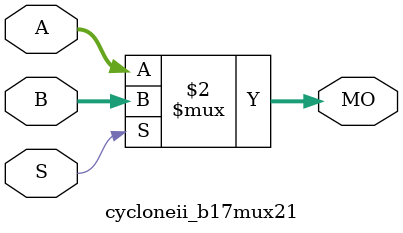
<source format=v>
module cycloneii_b17mux21 (MO, A, B, S);
   input [16:0] A, B;
   input 	S;
   output [16:0] MO; 
   assign MO = (S == 1) ? B : A; 
endmodule
</source>
